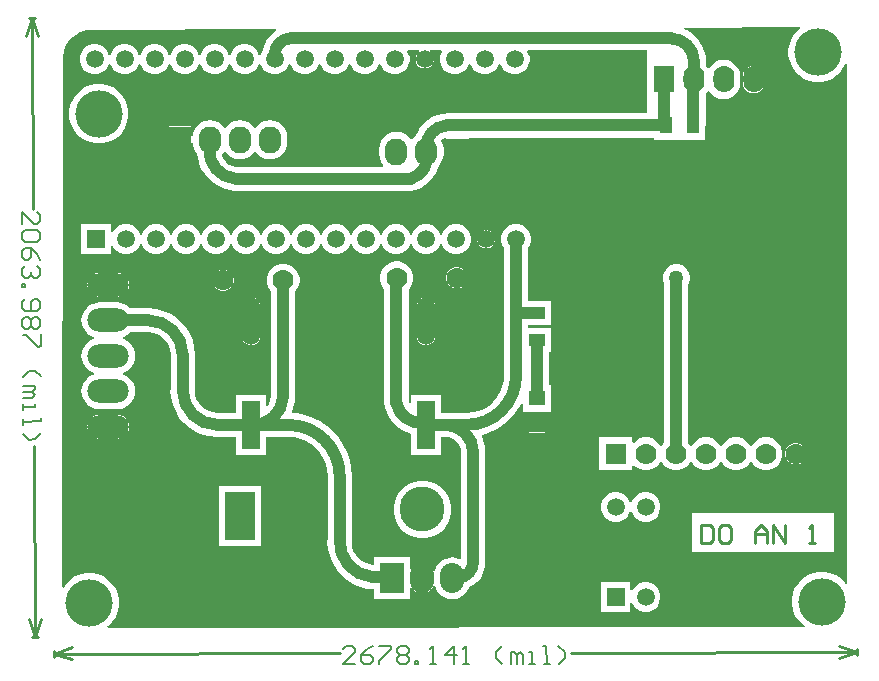
<source format=gtl>
G04*
G04 #@! TF.GenerationSoftware,Altium Limited,Altium Designer,21.0.8 (223)*
G04*
G04 Layer_Physical_Order=1*
G04 Layer_Color=255*
%FSTAX24Y24*%
%MOIN*%
G70*
G04*
G04 #@! TF.SameCoordinates,D6642B81-7170-4B7A-B2B3-623539A33ABF*
G04*
G04*
G04 #@! TF.FilePolarity,Positive*
G04*
G01*
G75*
%ADD13C,0.0100*%
%ADD21O,0.0700X0.0900*%
%ADD22R,0.0700X0.0900*%
%ADD23R,0.0394X0.0550*%
%ADD24R,0.0550X0.0394*%
%ADD25R,0.0550X0.0500*%
%ADD26R,0.0591X0.1600*%
%ADD27O,0.0591X0.1600*%
%ADD51C,0.0400*%
%ADD52C,0.0500*%
%ADD53R,0.0700X0.0700*%
%ADD54C,0.0700*%
%ADD55R,0.0750X0.0900*%
%ADD56O,0.0750X0.0900*%
%ADD57C,0.0598*%
%ADD58R,0.0598X0.0598*%
%ADD59C,0.0591*%
%ADD60R,0.0591X0.0591*%
%ADD61C,0.1500*%
%ADD62O,0.0800X0.1000*%
%ADD63R,0.0800X0.1000*%
%ADD64R,0.1600X0.1000*%
%ADD65R,0.1000X0.1600*%
%ADD66O,0.1378X0.0787*%
%ADD67C,0.1575*%
%ADD68C,0.0500*%
%ADD69C,0.0060*%
G36*
X038507Y04976D02*
X038468Y049734D01*
X03833Y049596D01*
X038222Y049434D01*
X038148Y049255D01*
X03811Y049064D01*
Y048869D01*
X038148Y048679D01*
X038222Y048499D01*
X03833Y048337D01*
X038468Y0482D01*
X03863Y048092D01*
X038809Y048017D01*
X039Y047979D01*
X039195D01*
X039385Y048017D01*
X039565Y048092D01*
X039727Y0482D01*
X039864Y048337D01*
X039972Y048499D01*
X040004Y048577D01*
X040054Y048567D01*
X040062Y031256D01*
X040014Y031241D01*
X039982Y031289D01*
X039845Y031426D01*
X039683Y031534D01*
X039503Y031609D01*
X039313Y031647D01*
X039118D01*
X038927Y031609D01*
X038748Y031534D01*
X038586Y031426D01*
X038448Y031289D01*
X03834Y031127D01*
X038266Y030947D01*
X038228Y030757D01*
Y030562D01*
X038266Y030371D01*
X03834Y030192D01*
X038448Y03003D01*
X038586Y029892D01*
X038646Y029852D01*
X038632Y029804D01*
X015415Y029782D01*
X0154Y02983D01*
X015435Y029853D01*
X015573Y029991D01*
X015681Y030152D01*
X015755Y030332D01*
X015793Y030523D01*
Y030717D01*
X015755Y030908D01*
X015681Y031088D01*
X015573Y03125D01*
X015435Y031387D01*
X015274Y031495D01*
X015094Y03157D01*
X014903Y031607D01*
X014709D01*
X014518Y03157D01*
X014338Y031495D01*
X014176Y031387D01*
X014039Y03125D01*
X013952Y03112D01*
X013902Y031135D01*
X013938Y048739D01*
X013938Y048789D01*
X013938Y048789D01*
X013941Y048838D01*
X013954Y04897D01*
X014006Y049143D01*
X014092Y049303D01*
X014207Y049443D01*
X014347Y049558D01*
X014506Y049643D01*
X01468Y049696D01*
X014811Y049709D01*
X01486Y049711D01*
X014861Y049711D01*
X01491Y049711D01*
X021014Y049736D01*
X021026Y049688D01*
X020999Y049673D01*
X020854Y049555D01*
X020735Y04941D01*
X020647Y049245D01*
X020593Y049066D01*
X020591Y049048D01*
X02058Y049037D01*
X020514Y048923D01*
X020505Y04889D01*
X020453D01*
X020444Y048923D01*
X020379Y049037D01*
X020286Y04913D01*
X020172Y049196D01*
X020045Y04923D01*
X019913D01*
X019786Y049196D01*
X019673Y04913D01*
X01958Y049037D01*
X019514Y048923D01*
X019505Y04889D01*
X019453D01*
X019444Y048923D01*
X019379Y049037D01*
X019286Y04913D01*
X019172Y049196D01*
X019045Y04923D01*
X018913D01*
X018786Y049196D01*
X018673Y04913D01*
X01858Y049037D01*
X018514Y048923D01*
X018505Y04889D01*
X018453D01*
X018444Y048923D01*
X018379Y049037D01*
X018286Y04913D01*
X018172Y049196D01*
X018045Y04923D01*
X017913D01*
X017786Y049196D01*
X017673Y04913D01*
X01758Y049037D01*
X017514Y048923D01*
X017505Y04889D01*
X017453D01*
X017444Y048923D01*
X017379Y049037D01*
X017286Y04913D01*
X017172Y049196D01*
X017045Y04923D01*
X016913D01*
X016786Y049196D01*
X016673Y04913D01*
X01658Y049037D01*
X016514Y048923D01*
X016505Y04889D01*
X016453D01*
X016444Y048923D01*
X016379Y049037D01*
X016286Y04913D01*
X016172Y049196D01*
X016045Y04923D01*
X015913D01*
X015786Y049196D01*
X015673Y04913D01*
X01558Y049037D01*
X015514Y048923D01*
X015505Y04889D01*
X015453D01*
X015444Y048923D01*
X015379Y049037D01*
X015286Y04913D01*
X015172Y049196D01*
X015045Y04923D01*
X014913D01*
X014786Y049196D01*
X014673Y04913D01*
X01458Y049037D01*
X014514Y048923D01*
X01448Y048796D01*
Y048665D01*
X014514Y048538D01*
X01458Y048424D01*
X014673Y048331D01*
X014786Y048265D01*
X014913Y048231D01*
X015045D01*
X015172Y048265D01*
X015286Y048331D01*
X015379Y048424D01*
X015444Y048538D01*
X015453Y048571D01*
X015505D01*
X015514Y048538D01*
X01558Y048424D01*
X015673Y048331D01*
X015786Y048265D01*
X015913Y048231D01*
X016045D01*
X016172Y048265D01*
X016286Y048331D01*
X016379Y048424D01*
X016444Y048538D01*
X016453Y048571D01*
X016505D01*
X016514Y048538D01*
X01658Y048424D01*
X016673Y048331D01*
X016786Y048265D01*
X016913Y048231D01*
X017045D01*
X017172Y048265D01*
X017286Y048331D01*
X017379Y048424D01*
X017444Y048538D01*
X017453Y048571D01*
X017505D01*
X017514Y048538D01*
X01758Y048424D01*
X017673Y048331D01*
X017786Y048265D01*
X017913Y048231D01*
X018045D01*
X018172Y048265D01*
X018286Y048331D01*
X018379Y048424D01*
X018444Y048538D01*
X018453Y048571D01*
X018505D01*
X018514Y048538D01*
X01858Y048424D01*
X018673Y048331D01*
X018786Y048265D01*
X018913Y048231D01*
X019045D01*
X019172Y048265D01*
X019286Y048331D01*
X019379Y048424D01*
X019444Y048538D01*
X019453Y048571D01*
X019505D01*
X019514Y048538D01*
X01958Y048424D01*
X019673Y048331D01*
X019786Y048265D01*
X019913Y048231D01*
X020045D01*
X020172Y048265D01*
X020286Y048331D01*
X020379Y048424D01*
X020444Y048538D01*
X020453Y048571D01*
X020505D01*
X020514Y048538D01*
X02058Y048424D01*
X020673Y048331D01*
X020786Y048265D01*
X020913Y048231D01*
X021045D01*
X021172Y048265D01*
X021286Y048331D01*
X021379Y048424D01*
X021444Y048538D01*
X021453Y048571D01*
X021505D01*
X021514Y048538D01*
X02158Y048424D01*
X021673Y048331D01*
X021786Y048265D01*
X021913Y048231D01*
X022045D01*
X022172Y048265D01*
X022286Y048331D01*
X022379Y048424D01*
X022444Y048538D01*
X022453Y048571D01*
X022505D01*
X022514Y048538D01*
X02258Y048424D01*
X022673Y048331D01*
X022786Y048265D01*
X022913Y048231D01*
X023045D01*
X023172Y048265D01*
X023286Y048331D01*
X023379Y048424D01*
X023444Y048538D01*
X023453Y048571D01*
X023505D01*
X023514Y048538D01*
X02358Y048424D01*
X023673Y048331D01*
X023786Y048265D01*
X023913Y048231D01*
X024045D01*
X024172Y048265D01*
X024286Y048331D01*
X024379Y048424D01*
X024444Y048538D01*
X024453Y048571D01*
X024505D01*
X024514Y048538D01*
X02458Y048424D01*
X024673Y048331D01*
X024786Y048265D01*
X024913Y048231D01*
X025045D01*
X025172Y048265D01*
X025286Y048331D01*
X025379Y048424D01*
X025444Y048538D01*
X025478Y048665D01*
Y048796D01*
X025444Y048923D01*
X02541Y048983D01*
X025435Y049026D01*
X025793D01*
X025806Y048976D01*
X025795Y04897D01*
X02574Y048914D01*
X0257Y048846D01*
X02568Y04877D01*
Y048691D01*
X0257Y048615D01*
X02574Y048547D01*
X025795Y048491D01*
X025864Y048451D01*
X02594Y048431D01*
X026019D01*
X026095Y048451D01*
X026163Y048491D01*
X026219Y048547D01*
X026258Y048615D01*
X026278Y048691D01*
Y04877D01*
X026258Y048846D01*
X026219Y048914D01*
X026163Y04897D01*
X026152Y048976D01*
X026165Y049026D01*
X026523D01*
X026548Y048983D01*
X026514Y048923D01*
X02648Y048796D01*
Y048665D01*
X026514Y048538D01*
X02658Y048424D01*
X026673Y048331D01*
X026786Y048265D01*
X026913Y048231D01*
X027045D01*
X027172Y048265D01*
X027286Y048331D01*
X027379Y048424D01*
X027444Y048538D01*
X027453Y048571D01*
X027505D01*
X027514Y048538D01*
X02758Y048424D01*
X027673Y048331D01*
X027786Y048265D01*
X027913Y048231D01*
X028045D01*
X028172Y048265D01*
X028286Y048331D01*
X028379Y048424D01*
X028444Y048538D01*
X028453Y048571D01*
X028505D01*
X028514Y048538D01*
X02858Y048424D01*
X028673Y048331D01*
X028786Y048265D01*
X028913Y048231D01*
X029045D01*
X029172Y048265D01*
X029286Y048331D01*
X029379Y048424D01*
X029444Y048538D01*
X029478Y048665D01*
Y048796D01*
X029444Y048923D01*
X02941Y048983D01*
X029435Y049026D01*
X033389D01*
Y04872D01*
X033398Y048711D01*
Y047411D01*
X033389Y047402D01*
Y046929D01*
X02691Y046929D01*
X026744Y046929D01*
X026716Y046929D01*
X026696Y046926D01*
Y046926D01*
X026679Y046924D01*
X026576Y046916D01*
X026405Y046875D01*
X026242Y046808D01*
X026092Y046716D01*
X025958Y046601D01*
X025844Y046467D01*
X025752Y046317D01*
X025704Y046202D01*
X025629Y046145D01*
X025564Y04606D01*
X025514D01*
X025449Y046145D01*
X025329Y046237D01*
X025189Y046295D01*
X025039Y046314D01*
X024889Y046295D01*
X024749Y046237D01*
X024629Y046145D01*
X024537Y046024D01*
X024479Y045885D01*
X024459Y045734D01*
Y045584D01*
X024479Y045434D01*
X024537Y045294D01*
X024604Y045207D01*
X024579Y045157D01*
X019706D01*
X019605Y045171D01*
X019473Y045225D01*
X01936Y045312D01*
X019273Y045426D01*
X019218Y045558D01*
X019232Y045568D01*
X019297Y045653D01*
X019347D01*
X019412Y045568D01*
X019532Y045476D01*
X019672Y045418D01*
X019822Y045398D01*
X019972Y045418D01*
X020112Y045476D01*
X020232Y045568D01*
X020297Y045653D01*
X020347D01*
X020412Y045568D01*
X020532Y045476D01*
X020672Y045418D01*
X020822Y045398D01*
X020972Y045418D01*
X021112Y045476D01*
X021232Y045568D01*
X021324Y045688D01*
X021382Y045828D01*
X021402Y045978D01*
Y046128D01*
X021382Y046278D01*
X021324Y046418D01*
X021232Y046538D01*
X021112Y04663D01*
X020972Y046688D01*
X020822Y046708D01*
X020672Y046688D01*
X020532Y04663D01*
X020412Y046538D01*
X020347Y046454D01*
X020297D01*
X020232Y046538D01*
X020112Y04663D01*
X019972Y046688D01*
X019822Y046708D01*
X019672Y046688D01*
X019532Y04663D01*
X019412Y046538D01*
X019347Y046454D01*
X019297D01*
X019232Y046538D01*
X019112Y04663D01*
X018972Y046688D01*
X018822Y046708D01*
X018672Y046688D01*
X018532Y04663D01*
X018412Y046538D01*
X018319Y046418D01*
X018261Y046278D01*
X018247Y046166D01*
X018197Y046169D01*
Y046503D01*
X017447D01*
Y045603D01*
X018197D01*
Y045937D01*
X018247Y04594D01*
X018261Y045828D01*
X018319Y045688D01*
X018405Y045577D01*
X018412Y045488D01*
X018461Y045282D01*
X018542Y045086D01*
X018653Y044905D01*
X018791Y044743D01*
X018952Y044606D01*
X019133Y044495D01*
X019329Y044414D01*
X019536Y044364D01*
X019639Y044356D01*
X019652Y044354D01*
Y044354D01*
X019681Y04435D01*
X019681Y04435D01*
X019681Y04435D01*
X019697Y04435D01*
X019697Y04435D01*
X019702Y04435D01*
X025208D01*
X025519Y04435D01*
X025623Y044364D01*
X025641Y044372D01*
X025681Y044381D01*
X025847Y04445D01*
X025999Y044543D01*
X026135Y044659D01*
X026251Y044795D01*
X026345Y044948D01*
X026413Y045113D01*
X026423Y045154D01*
X026449Y045174D01*
X026542Y045294D01*
X0266Y045434D01*
X026619Y045584D01*
Y045734D01*
X0266Y045885D01*
X026542Y046024D01*
X026533Y046035D01*
X026594Y046082D01*
X026665Y046111D01*
X026676Y046107D01*
X026714Y046069D01*
Y045209D01*
X027464D01*
Y046072D01*
X027464Y046109D01*
X027509Y046122D01*
X033644Y046122D01*
Y046051D01*
X034438D01*
Y046053D01*
X034542D01*
X034544Y046051D01*
X03459Y046051D01*
X035338D01*
Y046455D01*
X035348Y046529D01*
Y047579D01*
X035418Y047671D01*
X035435Y047675D01*
X03546D01*
X035477Y047671D01*
X035555Y047569D01*
X03567Y047481D01*
X035804Y047425D01*
X035948Y047406D01*
X036091Y047425D01*
X036225Y047481D01*
X03634Y047569D01*
X036428Y047684D01*
X036483Y047817D01*
X036502Y047961D01*
Y048161D01*
X036483Y048305D01*
X036428Y048438D01*
X03634Y048553D01*
X036225Y048641D01*
X036091Y048697D01*
X035948Y048716D01*
X035804Y048697D01*
X03567Y048641D01*
X035555Y048553D01*
X035477Y048451D01*
X03546Y048447D01*
X035435D01*
X035418Y048451D01*
X035367Y048518D01*
Y048652D01*
X035367D01*
X035352Y048836D01*
X035309Y049017D01*
X035238Y049188D01*
X035141Y049346D01*
X035021Y049487D01*
X03488Y049608D01*
X034722Y049704D01*
X034631Y049742D01*
X034641Y049792D01*
X038493Y049808D01*
X038507Y04976D01*
D02*
G37*
%LPC*%
G36*
X036948Y048514D02*
X036856Y048502D01*
X036771Y048467D01*
X036698Y048411D01*
X036642Y048338D01*
X036607Y048252D01*
X036595Y048161D01*
Y047961D01*
X036607Y04787D01*
X036642Y047785D01*
X036698Y047711D01*
X036771Y047655D01*
X036856Y04762D01*
X036948Y047608D01*
X037039Y04762D01*
X037124Y047655D01*
X037197Y047711D01*
X037253Y047785D01*
X037289Y04787D01*
X037301Y047961D01*
Y048161D01*
X037289Y048252D01*
X037253Y048338D01*
X037197Y048411D01*
X037124Y048467D01*
X037039Y048502D01*
X036948Y048514D01*
D02*
G37*
G36*
X015218Y047907D02*
X015024D01*
X014833Y047869D01*
X014653Y047794D01*
X014491Y047686D01*
X014354Y047549D01*
X014246Y047387D01*
X014171Y047207D01*
X014133Y047017D01*
Y046822D01*
X014171Y046631D01*
X014246Y046452D01*
X014354Y04629D01*
X014491Y046152D01*
X014653Y046044D01*
X014833Y04597D01*
X015024Y045932D01*
X015218D01*
X015409Y04597D01*
X015589Y046044D01*
X01575Y046152D01*
X015888Y04629D01*
X015996Y046452D01*
X01607Y046631D01*
X016108Y046822D01*
Y047017D01*
X01607Y047207D01*
X015996Y047387D01*
X015888Y047549D01*
X01575Y047686D01*
X015589Y047794D01*
X015409Y047869D01*
X015218Y047907D01*
D02*
G37*
G36*
X027095Y04323D02*
X026963D01*
X026836Y043196D01*
X026723Y04313D01*
X02663Y043037D01*
X026564Y042923D01*
X026555Y04289D01*
X026503D01*
X026494Y042923D01*
X026429Y043037D01*
X026336Y04313D01*
X026222Y043196D01*
X026095Y04323D01*
X025963D01*
X025836Y043196D01*
X025723Y04313D01*
X02563Y043037D01*
X025564Y042923D01*
X025555Y04289D01*
X025503D01*
X025494Y042923D01*
X025429Y043037D01*
X025336Y04313D01*
X025222Y043196D01*
X025095Y04323D01*
X024963D01*
X024836Y043196D01*
X024723Y04313D01*
X02463Y043037D01*
X024564Y042923D01*
X024555Y04289D01*
X024503D01*
X024494Y042923D01*
X024429Y043037D01*
X024336Y04313D01*
X024222Y043196D01*
X024095Y04323D01*
X023963D01*
X023836Y043196D01*
X023723Y04313D01*
X02363Y043037D01*
X023564Y042923D01*
X023555Y04289D01*
X023503D01*
X023494Y042923D01*
X023429Y043037D01*
X023336Y04313D01*
X023222Y043196D01*
X023095Y04323D01*
X022963D01*
X022836Y043196D01*
X022723Y04313D01*
X02263Y043037D01*
X022564Y042923D01*
X022555Y04289D01*
X022503D01*
X022494Y042923D01*
X022429Y043037D01*
X022336Y04313D01*
X022222Y043196D01*
X022095Y04323D01*
X021963D01*
X021836Y043196D01*
X021723Y04313D01*
X02163Y043037D01*
X021564Y042923D01*
X021555Y04289D01*
X021503D01*
X021494Y042923D01*
X021429Y043037D01*
X021336Y04313D01*
X021222Y043196D01*
X021095Y04323D01*
X020963D01*
X020836Y043196D01*
X020723Y04313D01*
X02063Y043037D01*
X020564Y042923D01*
X020555Y04289D01*
X020503D01*
X020494Y042923D01*
X020429Y043037D01*
X020336Y04313D01*
X020222Y043196D01*
X020095Y04323D01*
X019963D01*
X019836Y043196D01*
X019723Y04313D01*
X01963Y043037D01*
X019564Y042923D01*
X019555Y04289D01*
X019503D01*
X019494Y042923D01*
X019429Y043037D01*
X019336Y04313D01*
X019222Y043196D01*
X019095Y04323D01*
X018963D01*
X018836Y043196D01*
X018723Y04313D01*
X01863Y043037D01*
X018564Y042923D01*
X018555Y04289D01*
X018503D01*
X018494Y042923D01*
X018429Y043037D01*
X018336Y04313D01*
X018222Y043196D01*
X018095Y04323D01*
X017963D01*
X017836Y043196D01*
X017723Y04313D01*
X01763Y043037D01*
X017564Y042923D01*
X017555Y04289D01*
X017503D01*
X017494Y042923D01*
X017429Y043037D01*
X017336Y04313D01*
X017222Y043196D01*
X017095Y04323D01*
X016963D01*
X016836Y043196D01*
X016723Y04313D01*
X01663Y043037D01*
X016564Y042923D01*
X016555Y04289D01*
X016503D01*
X016494Y042923D01*
X016429Y043037D01*
X016336Y04313D01*
X016222Y043196D01*
X016095Y04323D01*
X015963D01*
X015836Y043196D01*
X015723Y04313D01*
X01563Y043037D01*
X015578Y042948D01*
X015528Y042961D01*
Y04323D01*
X01453D01*
Y042231D01*
X015528D01*
Y042499D01*
X015578Y042513D01*
X01563Y042424D01*
X015723Y042331D01*
X015836Y042265D01*
X015963Y042231D01*
X016095D01*
X016222Y042265D01*
X016336Y042331D01*
X016429Y042424D01*
X016494Y042538D01*
X016503Y042571D01*
X016555D01*
X016564Y042538D01*
X01663Y042424D01*
X016723Y042331D01*
X016836Y042265D01*
X016963Y042231D01*
X017095D01*
X017222Y042265D01*
X017336Y042331D01*
X017429Y042424D01*
X017494Y042538D01*
X017503Y042571D01*
X017555D01*
X017564Y042538D01*
X01763Y042424D01*
X017723Y042331D01*
X017836Y042265D01*
X017963Y042231D01*
X018095D01*
X018222Y042265D01*
X018336Y042331D01*
X018429Y042424D01*
X018494Y042538D01*
X018503Y042571D01*
X018555D01*
X018564Y042538D01*
X01863Y042424D01*
X018723Y042331D01*
X018836Y042265D01*
X018963Y042231D01*
X019095D01*
X019222Y042265D01*
X019336Y042331D01*
X019429Y042424D01*
X019494Y042538D01*
X019503Y042571D01*
X019555D01*
X019564Y042538D01*
X01963Y042424D01*
X019723Y042331D01*
X019836Y042265D01*
X019963Y042231D01*
X020095D01*
X020222Y042265D01*
X020336Y042331D01*
X020429Y042424D01*
X020494Y042538D01*
X020503Y042571D01*
X020555D01*
X020564Y042538D01*
X02063Y042424D01*
X020723Y042331D01*
X020836Y042265D01*
X020963Y042231D01*
X021095D01*
X021222Y042265D01*
X021336Y042331D01*
X021429Y042424D01*
X021494Y042538D01*
X021503Y042571D01*
X021555D01*
X021564Y042538D01*
X02163Y042424D01*
X021723Y042331D01*
X021836Y042265D01*
X021963Y042231D01*
X022095D01*
X022222Y042265D01*
X022336Y042331D01*
X022429Y042424D01*
X022494Y042538D01*
X022503Y042571D01*
X022555D01*
X022564Y042538D01*
X02263Y042424D01*
X022723Y042331D01*
X022836Y042265D01*
X022963Y042231D01*
X023095D01*
X023222Y042265D01*
X023336Y042331D01*
X023429Y042424D01*
X023494Y042538D01*
X023503Y042571D01*
X023555D01*
X023564Y042538D01*
X02363Y042424D01*
X023723Y042331D01*
X023836Y042265D01*
X023963Y042231D01*
X024095D01*
X024222Y042265D01*
X024336Y042331D01*
X024429Y042424D01*
X024494Y042538D01*
X024503Y042571D01*
X024555D01*
X024564Y042538D01*
X02463Y042424D01*
X024723Y042331D01*
X024836Y042265D01*
X024963Y042231D01*
X025095D01*
X025222Y042265D01*
X025336Y042331D01*
X025429Y042424D01*
X025494Y042538D01*
X025503Y042571D01*
X025555D01*
X025564Y042538D01*
X02563Y042424D01*
X025723Y042331D01*
X025836Y042265D01*
X025963Y042231D01*
X026095D01*
X026222Y042265D01*
X026336Y042331D01*
X026429Y042424D01*
X026494Y042538D01*
X026503Y042571D01*
X026555D01*
X026564Y042538D01*
X02663Y042424D01*
X026723Y042331D01*
X026836Y042265D01*
X026963Y042231D01*
X027095D01*
X027222Y042265D01*
X027336Y042331D01*
X027429Y042424D01*
X027494Y042538D01*
X027528Y042665D01*
Y042796D01*
X027494Y042923D01*
X027429Y043037D01*
X027336Y04313D01*
X027222Y043196D01*
X027095Y04323D01*
D02*
G37*
G36*
X028069Y04303D02*
X02799D01*
X027914Y043009D01*
X027845Y04297D01*
X02779Y042914D01*
X02775Y042846D01*
X02773Y04277D01*
Y042691D01*
X02775Y042615D01*
X02779Y042547D01*
X027845Y042491D01*
X027914Y042451D01*
X02799Y042431D01*
X028069D01*
X028145Y042451D01*
X028213Y042491D01*
X028269Y042547D01*
X028308Y042615D01*
X028328Y042691D01*
Y04277D01*
X028308Y042846D01*
X028269Y042914D01*
X028213Y04297D01*
X028145Y043009D01*
X028069Y04303D01*
D02*
G37*
G36*
X027096Y041797D02*
X027004D01*
X026915Y041773D01*
X026835Y041727D01*
X02677Y041662D01*
X026724Y041582D01*
X0267Y041493D01*
Y041401D01*
X026724Y041312D01*
X02677Y041232D01*
X026835Y041167D01*
X026915Y041121D01*
X027004Y041097D01*
X027096D01*
X027185Y041121D01*
X027265Y041167D01*
X02733Y041232D01*
X027376Y041312D01*
X0274Y041401D01*
Y041493D01*
X027376Y041582D01*
X02733Y041662D01*
X027265Y041727D01*
X027185Y041773D01*
X027096Y041797D01*
D02*
G37*
G36*
X019309Y041718D02*
X019217D01*
X019128Y041694D01*
X019048Y041648D01*
X018983Y041583D01*
X018936Y041503D01*
X018913Y041414D01*
Y041322D01*
X018936Y041233D01*
X018983Y041153D01*
X019048Y041088D01*
X019128Y041042D01*
X019217Y041018D01*
X019309D01*
X019398Y041042D01*
X019477Y041088D01*
X019543Y041153D01*
X019589Y041233D01*
X019613Y041322D01*
Y041414D01*
X019589Y041503D01*
X019543Y041583D01*
X019477Y041648D01*
X019398Y041694D01*
X019309Y041718D01*
D02*
G37*
G36*
X015731Y041608D02*
X015141D01*
X015038Y041594D01*
X014942Y041555D01*
X01486Y041491D01*
X014797Y041409D01*
X014757Y041313D01*
X014743Y041211D01*
X014757Y041108D01*
X014797Y041012D01*
X01486Y04093D01*
X014942Y040867D01*
X015038Y040827D01*
X015141Y040814D01*
X015731D01*
X015834Y040827D01*
X01593Y040867D01*
X016012Y04093D01*
X016075Y041012D01*
X016115Y041108D01*
X016128Y041211D01*
X016115Y041313D01*
X016075Y041409D01*
X016012Y041491D01*
X01593Y041555D01*
X015834Y041594D01*
X015731Y041608D01*
D02*
G37*
G36*
X026026Y0408D02*
X025949Y04079D01*
X025877Y04076D01*
X025816Y040713D01*
X025768Y040651D01*
X025739Y040579D01*
X025729Y040502D01*
Y039493D01*
X025739Y039415D01*
X025768Y039344D01*
X025816Y039282D01*
X025877Y039235D01*
X025949Y039205D01*
X026026Y039195D01*
X026103Y039205D01*
X026175Y039235D01*
X026237Y039282D01*
X026284Y039344D01*
X026314Y039415D01*
X026324Y039493D01*
Y040502D01*
X026314Y040579D01*
X026284Y040651D01*
X026237Y040713D01*
X026175Y04076D01*
X026103Y04079D01*
X026026Y0408D01*
D02*
G37*
G36*
X0202D02*
X020123Y04079D01*
X020051Y04076D01*
X019989Y040713D01*
X019942Y040651D01*
X019912Y040579D01*
X019902Y040502D01*
Y039493D01*
X019912Y039415D01*
X019942Y039344D01*
X019989Y039282D01*
X020051Y039235D01*
X020123Y039205D01*
X0202Y039195D01*
X020277Y039205D01*
X020349Y039235D01*
X02041Y039282D01*
X020458Y039344D01*
X020487Y039415D01*
X020497Y039493D01*
Y040502D01*
X020487Y040579D01*
X020458Y040651D01*
X02041Y040713D01*
X020349Y04076D01*
X020277Y04079D01*
X0202Y0408D01*
D02*
G37*
G36*
X029095Y04323D02*
X028963D01*
X028836Y043196D01*
X028723Y04313D01*
X02863Y043037D01*
X028564Y042923D01*
X02853Y042796D01*
Y042665D01*
X028564Y042538D01*
X028626Y042431D01*
Y040305D01*
X028626Y040305D01*
X028626Y040305D01*
Y03819D01*
X028627Y038179D01*
X028613Y037996D01*
X028567Y037806D01*
X028493Y037626D01*
X028391Y03746D01*
X028264Y037312D01*
X028116Y037185D01*
X02795Y037084D01*
X02777Y037009D01*
X027581Y036964D01*
X027397Y036949D01*
X027387Y036951D01*
X026682D01*
X026674Y036951D01*
Y036951D01*
X026522D01*
Y037547D01*
X025531D01*
Y037242D01*
X025484Y037226D01*
X025482Y037228D01*
X025446Y037317D01*
X025446Y037754D01*
Y041065D01*
X02549Y041109D01*
X025563Y041235D01*
X0256Y041374D01*
Y041519D01*
X025563Y041659D01*
X02549Y041785D01*
X025388Y041887D01*
X025262Y041959D01*
X025122Y041997D01*
X024978D01*
X024838Y041959D01*
X024712Y041887D01*
X02461Y041785D01*
X024537Y041659D01*
X0245Y041519D01*
Y041374D01*
X024537Y041235D01*
X02461Y041109D01*
X024639Y04108D01*
Y037754D01*
X024639Y037271D01*
X024652Y037166D01*
X024659Y037149D01*
X024681Y037058D01*
X024755Y036881D01*
X024855Y036718D01*
X024979Y036572D01*
X025125Y036447D01*
X025289Y036347D01*
X025466Y036274D01*
X025531Y036258D01*
Y035547D01*
X026522D01*
Y036144D01*
X026696D01*
X02681Y036129D01*
X026937Y036076D01*
X027046Y035992D01*
X02713Y035883D01*
X027183Y035756D01*
X027194Y035669D01*
X027198Y03562D01*
X027198Y03562D01*
X027198Y035618D01*
Y032532D01*
X027198Y032105D01*
X027155Y032079D01*
X027139Y032087D01*
X027026Y032122D01*
X026908Y032133D01*
X026791Y032122D01*
X026678Y032087D01*
X026573Y032032D01*
X026482Y031957D01*
X026407Y031865D01*
X026351Y031761D01*
X02633Y031689D01*
X026276Y031687D01*
X026258Y031732D01*
X026194Y031816D01*
X02611Y03188D01*
X026013Y03192D01*
X025908Y031934D01*
X025804Y03192D01*
X025707Y03188D01*
X025623Y031816D01*
X025559Y031732D01*
X025558Y031731D01*
X025508Y031741D01*
Y03213D01*
X024308D01*
Y031916D01*
X024285Y031895D01*
X024258Y031885D01*
X024172Y031893D01*
X024027Y031937D01*
X023893Y032009D01*
X023776Y032105D01*
X02368Y032222D01*
X023609Y032355D01*
X023565Y0325D01*
X02355Y03265D01*
X023556Y032707D01*
X023556D01*
X023556Y032756D01*
Y034833D01*
X023557D01*
X023539Y035109D01*
X023485Y035381D01*
X023396Y035643D01*
X023273Y035891D01*
X023119Y036122D01*
X022937Y03633D01*
X022728Y036513D01*
X022498Y036667D01*
X02225Y036789D01*
X021987Y036878D01*
X021716Y036932D01*
X021578Y036941D01*
X021552Y036984D01*
X021599Y037099D01*
X02165Y037311D01*
X021663Y037479D01*
X021666Y037499D01*
X021666Y037572D01*
Y040994D01*
X021703Y04103D01*
X021775Y041156D01*
X021813Y041296D01*
Y041441D01*
X021775Y04158D01*
X021703Y041706D01*
X0216Y041808D01*
X021475Y041881D01*
X021335Y041918D01*
X02119D01*
X02105Y041881D01*
X020925Y041808D01*
X020822Y041706D01*
X02075Y04158D01*
X020713Y041441D01*
Y041296D01*
X02075Y041156D01*
X020822Y04103D01*
X020859Y040994D01*
Y037572D01*
X020859Y037499D01*
X020859Y037498D01*
X020843Y037377D01*
X020785Y037236D01*
X020742Y037181D01*
X020695Y037197D01*
Y037547D01*
X020221D01*
X020192Y037551D01*
X020169Y037547D01*
X019704D01*
Y036951D01*
X019076D01*
X019066Y036949D01*
X018928Y036963D01*
X018785Y037006D01*
X018654Y037076D01*
X01854Y037171D01*
X018445Y037286D01*
X018375Y037417D01*
X018332Y037559D01*
X018318Y037698D01*
X01832Y037707D01*
Y038888D01*
X018321D01*
X018302Y03913D01*
X018245Y039366D01*
X018152Y03959D01*
X018026Y039797D01*
X017868Y039981D01*
X017683Y040139D01*
X017477Y040266D01*
X017252Y040359D01*
X017016Y040415D01*
X016774Y040434D01*
Y040433D01*
X016168D01*
X016153Y040451D01*
X016063Y040526D01*
X015959Y040581D01*
X015847Y040615D01*
X015731Y040626D01*
X015141D01*
X015024Y040615D01*
X014912Y040581D01*
X014809Y040526D01*
X014719Y040451D01*
X014645Y040361D01*
X014589Y040258D01*
X014555Y040146D01*
X014544Y04003D01*
X014555Y039913D01*
X014589Y039801D01*
X014645Y039698D01*
X014719Y039608D01*
X014809Y039533D01*
X014912Y039478D01*
X014956Y039465D01*
Y039413D01*
X014912Y0394D01*
X014809Y039344D01*
X014719Y03927D01*
X014645Y03918D01*
X014589Y039077D01*
X014555Y038965D01*
X014544Y038848D01*
X014555Y038732D01*
X014589Y03862D01*
X014645Y038517D01*
X014719Y038427D01*
X014809Y038352D01*
X014912Y038297D01*
X014956Y038284D01*
Y038232D01*
X014912Y038218D01*
X014809Y038163D01*
X014719Y038089D01*
X014645Y037999D01*
X014589Y037896D01*
X014555Y037784D01*
X014544Y037667D01*
X014555Y037551D01*
X014589Y037439D01*
X014645Y037336D01*
X014719Y037245D01*
X014809Y037171D01*
X014912Y037116D01*
X015024Y037082D01*
X015141Y037071D01*
X015731D01*
X015847Y037082D01*
X015959Y037116D01*
X016063Y037171D01*
X016153Y037245D01*
X016227Y037336D01*
X016282Y037439D01*
X016316Y037551D01*
X016328Y037667D01*
X016316Y037784D01*
X016282Y037896D01*
X016227Y037999D01*
X016153Y038089D01*
X016063Y038163D01*
X015959Y038218D01*
X015916Y038232D01*
Y038284D01*
X015959Y038297D01*
X016063Y038352D01*
X016153Y038427D01*
X016227Y038517D01*
X016282Y03862D01*
X016316Y038732D01*
X016328Y038848D01*
X016316Y038965D01*
X016282Y039077D01*
X016227Y03918D01*
X016153Y03927D01*
X016063Y039344D01*
X015959Y0394D01*
X015916Y039413D01*
Y039465D01*
X015959Y039478D01*
X016063Y039533D01*
X016153Y039608D01*
X016168Y039626D01*
X016774D01*
X016783Y039627D01*
X016919Y039614D01*
X017058Y039572D01*
X017186Y039503D01*
X017298Y039411D01*
X01739Y039299D01*
X017458Y039171D01*
X0175Y039032D01*
X017514Y038897D01*
X017513Y038888D01*
Y037707D01*
X017511D01*
X017531Y037462D01*
X017588Y037223D01*
X017682Y036997D01*
X01781Y036787D01*
X017969Y036601D01*
X018156Y036441D01*
X018365Y036313D01*
X018592Y036219D01*
X018831Y036162D01*
X019076Y036142D01*
Y036144D01*
X019704D01*
Y035547D01*
X020695D01*
Y036142D01*
X021439D01*
X021451Y036144D01*
X021645Y036129D01*
X021845Y036081D01*
X022035Y036002D01*
X022211Y035894D01*
X022367Y03576D01*
X022501Y035604D01*
X022608Y035428D01*
X022687Y035238D01*
X022735Y035038D01*
X02275Y034845D01*
X022749Y034833D01*
Y032751D01*
X022749Y032738D01*
X02275Y032727D01*
X022744Y03265D01*
X022764Y032403D01*
X022821Y032163D01*
X022916Y031934D01*
X023046Y031723D01*
X023206Y031535D01*
X023395Y031374D01*
X023606Y031244D01*
X023835Y03115D01*
X024075Y031092D01*
X02418Y031084D01*
X024206Y031078D01*
X024308Y03107D01*
Y03073D01*
X025508D01*
Y03112D01*
X025558Y03113D01*
X025559Y031129D01*
X025623Y031045D01*
X025707Y030981D01*
X025804Y030941D01*
X025908Y030927D01*
X026013Y030941D01*
X02611Y030981D01*
X026194Y031045D01*
X026258Y031129D01*
X026276Y031174D01*
X02633Y031171D01*
X026351Y0311D01*
X026407Y030995D01*
X026482Y030904D01*
X026573Y030829D01*
X026678Y030773D01*
X026791Y030739D01*
X026908Y030727D01*
X027026Y030739D01*
X027139Y030773D01*
X027243Y030829D01*
X027335Y030904D01*
X02741Y030995D01*
X027465Y0311D01*
X027477Y031138D01*
X027583Y031194D01*
X027727Y031313D01*
X027846Y031457D01*
X027934Y031622D01*
X027988Y031801D01*
X028006Y031987D01*
X028004Y032011D01*
X028005Y032014D01*
X028005Y032532D01*
Y035619D01*
X028005Y03562D01*
X028005D01*
X027989Y035828D01*
X02794Y036031D01*
X027884Y036167D01*
X027905Y036207D01*
X027919Y036213D01*
X02817Y036299D01*
X02841Y036417D01*
X028633Y036566D01*
X028834Y036742D01*
X029011Y036944D01*
X029159Y037166D01*
X029203Y037256D01*
X029252Y037245D01*
Y036976D01*
X030202D01*
Y037876D01*
X030131D01*
Y038986D01*
X030202D01*
Y03978D01*
X029777D01*
X029727Y039786D01*
X029677Y03978D01*
X029433D01*
Y039879D01*
X029727D01*
X029777Y039886D01*
X030202D01*
Y04068D01*
X029777D01*
X029727Y040686D01*
X029433D01*
Y042431D01*
X029494Y042538D01*
X029528Y042665D01*
Y042796D01*
X029494Y042923D01*
X029429Y043037D01*
X029336Y04313D01*
X029222Y043196D01*
X029095Y04323D01*
D02*
G37*
G36*
X030002Y036776D02*
X029452D01*
Y036276D01*
X030002D01*
Y036776D01*
D02*
G37*
G36*
X015731Y036883D02*
X015141D01*
X015038Y03687D01*
X014942Y03683D01*
X01486Y036767D01*
X014797Y036685D01*
X014757Y036589D01*
X014743Y036486D01*
X014757Y036383D01*
X014797Y036288D01*
X01486Y036205D01*
X014942Y036142D01*
X015038Y036103D01*
X015141Y036089D01*
X015731D01*
X015834Y036103D01*
X01593Y036142D01*
X016012Y036205D01*
X016075Y036288D01*
X016115Y036383D01*
X016128Y036486D01*
X016115Y036589D01*
X016075Y036685D01*
X016012Y036767D01*
X01593Y03683D01*
X015834Y03687D01*
X015731Y036883D01*
D02*
G37*
G36*
X034432Y041897D02*
X034314D01*
X034199Y041866D01*
X034097Y041807D01*
X034013Y041723D01*
X033953Y041621D01*
X033923Y041506D01*
Y041388D01*
X033953Y041273D01*
X033962Y041259D01*
Y035963D01*
X033917Y035918D01*
X033882Y035858D01*
X033832D01*
X033797Y035918D01*
X033695Y036021D01*
X033569Y036093D01*
X03343Y036131D01*
X033285D01*
X033145Y036093D01*
X033019Y036021D01*
X032957Y035959D01*
X032907Y035979D01*
Y036131D01*
X031807D01*
Y035031D01*
X032907D01*
Y035182D01*
X032957Y035203D01*
X033019Y035141D01*
X033145Y035068D01*
X033285Y035031D01*
X03343D01*
X033569Y035068D01*
X033695Y035141D01*
X033797Y035243D01*
X033832Y035303D01*
X033882D01*
X033917Y035243D01*
X034019Y035141D01*
X034145Y035068D01*
X034285Y035031D01*
X03443D01*
X034569Y035068D01*
X034695Y035141D01*
X034797Y035243D01*
X034832Y035303D01*
X034882D01*
X034917Y035243D01*
X035019Y035141D01*
X035145Y035068D01*
X035285Y035031D01*
X035429D01*
X035569Y035068D01*
X035695Y035141D01*
X035797Y035243D01*
X035832Y035303D01*
X035882D01*
X035917Y035243D01*
X036019Y035141D01*
X036145Y035068D01*
X036285Y035031D01*
X03643D01*
X036569Y035068D01*
X036695Y035141D01*
X036797Y035243D01*
X036832Y035303D01*
X036882D01*
X036917Y035243D01*
X037019Y035141D01*
X037145Y035068D01*
X037285Y035031D01*
X037429D01*
X037569Y035068D01*
X037695Y035141D01*
X037797Y035243D01*
X03787Y035368D01*
X037907Y035508D01*
Y035653D01*
X03787Y035793D01*
X037797Y035918D01*
X037695Y036021D01*
X037569Y036093D01*
X037429Y036131D01*
X037285D01*
X037145Y036093D01*
X037019Y036021D01*
X036917Y035918D01*
X036882Y035858D01*
X036832D01*
X036797Y035918D01*
X036695Y036021D01*
X036569Y036093D01*
X03643Y036131D01*
X036285D01*
X036145Y036093D01*
X036019Y036021D01*
X035917Y035918D01*
X035882Y035858D01*
X035832D01*
X035797Y035918D01*
X035695Y036021D01*
X035569Y036093D01*
X035429Y036131D01*
X035285D01*
X035145Y036093D01*
X035019Y036021D01*
X034917Y035918D01*
X034882Y035858D01*
X034832D01*
X034797Y035918D01*
X034768Y035947D01*
Y041232D01*
X034792Y041273D01*
X034823Y041388D01*
Y041506D01*
X034792Y041621D01*
X034733Y041723D01*
X034649Y041807D01*
X034547Y041866D01*
X034432Y041897D01*
D02*
G37*
G36*
X038403Y035931D02*
X038311D01*
X038222Y035907D01*
X038142Y035861D01*
X038077Y035796D01*
X038031Y035716D01*
X038007Y035627D01*
Y035535D01*
X038031Y035446D01*
X038077Y035366D01*
X038142Y035301D01*
X038222Y035255D01*
X038311Y035231D01*
X038403D01*
X038492Y035255D01*
X038572Y035301D01*
X038637Y035366D01*
X038683Y035446D01*
X038707Y035535D01*
Y035627D01*
X038683Y035716D01*
X038637Y035796D01*
X038572Y035861D01*
X038492Y035907D01*
X038403Y035931D01*
D02*
G37*
G36*
X033414Y034312D02*
X033284D01*
X033158Y034278D01*
X033045Y034213D01*
X032953Y034121D01*
X032888Y034008D01*
X032875Y033961D01*
X032823D01*
X032811Y034008D01*
X032746Y034121D01*
X032653Y034213D01*
X03254Y034278D01*
X032414Y034312D01*
X032284D01*
X032158Y034278D01*
X032045Y034213D01*
X031953Y034121D01*
X031888Y034008D01*
X031854Y033882D01*
Y033752D01*
X031888Y033626D01*
X031953Y033513D01*
X032045Y033421D01*
X032158Y033355D01*
X032284Y033322D01*
X032414D01*
X03254Y033355D01*
X032653Y033421D01*
X032746Y033513D01*
X032811Y033626D01*
X032823Y033673D01*
X032875D01*
X032888Y033626D01*
X032953Y033513D01*
X033045Y033421D01*
X033158Y033355D01*
X033284Y033322D01*
X033414D01*
X03354Y033355D01*
X033653Y033421D01*
X033746Y033513D01*
X033811Y033626D01*
X033844Y033752D01*
Y033882D01*
X033811Y034008D01*
X033746Y034121D01*
X033653Y034213D01*
X03354Y034278D01*
X033414Y034312D01*
D02*
G37*
G36*
X026002Y03468D02*
X025815D01*
X025631Y034644D01*
X025458Y034572D01*
X025303Y034468D01*
X02517Y034336D01*
X025066Y03418D01*
X024995Y034007D01*
X024958Y033824D01*
Y033637D01*
X024995Y033453D01*
X025066Y03328D01*
X02517Y033125D01*
X025303Y032992D01*
X025458Y032888D01*
X025631Y032817D01*
X025815Y03278D01*
X026002D01*
X026185Y032817D01*
X026358Y032888D01*
X026514Y032992D01*
X026646Y033125D01*
X02675Y03328D01*
X026822Y033453D01*
X026858Y033637D01*
Y033824D01*
X026822Y034007D01*
X02675Y03418D01*
X026646Y034336D01*
X026514Y034468D01*
X026358Y034572D01*
X026185Y034644D01*
X026002Y03468D01*
D02*
G37*
G36*
X017826Y034294D02*
X016826D01*
Y032694D01*
X017826D01*
Y034294D01*
D02*
G37*
G36*
X020526Y034494D02*
X019126D01*
Y032494D01*
X020526D01*
Y034494D01*
D02*
G37*
G36*
X039612Y033615D02*
X034881D01*
Y03231D01*
X039612D01*
Y033615D01*
D02*
G37*
G36*
X033414Y031312D02*
X033284D01*
X033158Y031278D01*
X033045Y031213D01*
X032953Y031121D01*
X032894Y03102D01*
X032844Y031033D01*
Y031312D01*
X031854D01*
Y030322D01*
X032844D01*
Y030601D01*
X032894Y030614D01*
X032953Y030513D01*
X033045Y030421D01*
X033158Y030355D01*
X033284Y030322D01*
X033414D01*
X03354Y030355D01*
X033653Y030421D01*
X033746Y030513D01*
X033811Y030626D01*
X033844Y030752D01*
Y030882D01*
X033811Y031008D01*
X033746Y031121D01*
X033653Y031213D01*
X03354Y031278D01*
X033414Y031312D01*
D02*
G37*
G36*
X019626Y031994D02*
X018026D01*
Y030994D01*
X019626D01*
Y031994D01*
D02*
G37*
%LPD*%
D13*
X035182Y03321D02*
Y03261D01*
X035481D01*
X035581Y03271D01*
Y03311D01*
X035481Y03321D01*
X035182D01*
X036081D02*
X035881D01*
X035781Y03311D01*
Y03271D01*
X035881Y03261D01*
X036081D01*
X036181Y03271D01*
Y03311D01*
X036081Y03321D01*
X036981Y03261D02*
Y03301D01*
X037181Y03321D01*
X037381Y03301D01*
Y03261D01*
Y03291D01*
X036981D01*
X037581Y03261D02*
Y03321D01*
X037981Y03261D01*
Y03321D01*
X03878Y03261D02*
X03898D01*
X03888D01*
Y03321D01*
X03878Y03311D01*
X012895Y029478D02*
X013095Y029479D01*
X012779Y050117D02*
X012979Y050118D01*
X012792Y030077D02*
X012995Y029478D01*
X013192Y030079D01*
X012683Y049517D02*
X012879Y050118D01*
X013083Y049519D01*
X012959Y035839D02*
X012995Y029478D01*
X012879Y050118D02*
X012915Y043757D01*
X040396Y029067D02*
X040397Y028867D01*
X013615Y029025D02*
X013615Y028825D01*
X039797Y028766D02*
X040396Y028967D01*
X039796Y029166D02*
X040396Y028967D01*
X013615Y028925D02*
X014215Y028726D01*
X013615Y028925D02*
X014215Y029126D01*
X030865Y028952D02*
X040396Y028967D01*
X013615Y028925D02*
X023147Y02894D01*
D21*
X034948Y048061D02*
D03*
X035948D02*
D03*
X036948D02*
D03*
D22*
X033948D02*
D03*
D23*
X034041Y046526D02*
D03*
X034941D02*
D03*
D24*
X029727Y039383D02*
D03*
Y040283D02*
D03*
D25*
Y037426D02*
D03*
Y036526D02*
D03*
D26*
X026026Y036547D02*
D03*
X0202D02*
D03*
D27*
X026026Y039997D02*
D03*
X0202D02*
D03*
D51*
X026716Y046526D02*
G03*
X026034Y04577I000036J-000718D01*
G01*
X034963Y048652D02*
G03*
X034185Y04943I-000778J0D01*
G01*
X021529D02*
G03*
X020979Y04888I0J-00055D01*
G01*
X025519Y044754D02*
G03*
X026041Y045655I-000189J000711D01*
G01*
X018802Y045768D02*
G03*
X019681Y044754I000946J-000068D01*
G01*
X027387Y036547D02*
G03*
X029029Y03819I0J001643D01*
G01*
X027601Y03562D02*
G03*
X026674Y036547I-000927J-0D01*
G01*
X025042Y037271D02*
G03*
X025931Y036623I000801J000165D01*
G01*
X027079Y031439D02*
G03*
X027601Y032014I-000026J000549D01*
G01*
X023152Y032738D02*
G03*
X024236Y03148I00117J-000087D01*
G01*
X023152Y034833D02*
G03*
X021439Y036546I-001713J0D01*
G01*
X017916Y038888D02*
G03*
X016774Y04003I-001142J0D01*
G01*
X017916Y037707D02*
G03*
X019076Y036547I001159J0D01*
G01*
X020252Y036546D02*
G03*
X021263Y037499I000029J000982D01*
G01*
X02691Y046526D02*
X034041Y046526D01*
X026034Y04577D02*
X026034Y045769D01*
X026039Y045659D01*
X026716Y046526D02*
X02691Y046526D01*
X026039Y045659D02*
X026041Y045766D01*
X026041Y045767D01*
X033948Y046691D02*
Y048061D01*
X034944Y046529D02*
Y048057D01*
X034041Y046526D02*
Y046597D01*
X033948Y046691D02*
X034041Y046597D01*
X034941Y046526D02*
X034944Y046529D01*
X021529Y04943D02*
X034185D01*
X034963Y048077D02*
Y048652D01*
X034365Y035604D02*
Y041439D01*
X034373Y041447D01*
X020979Y04873D02*
Y04888D01*
X034948Y048061D02*
X034963Y048077D01*
X034944Y048057D02*
X034948Y048061D01*
X034365Y035604D02*
X034373Y035596D01*
X02604Y045656D02*
X026041Y045655D01*
X025908Y030927D02*
Y03143D01*
Y031934D01*
X020198Y037147D02*
X0202Y037052D01*
X019697Y044754D02*
X025208D01*
X019681Y044754D02*
X019697Y044754D01*
X018802Y045768D02*
X018822Y046053D01*
X025208Y044754D02*
X025519Y044754D01*
X029052Y040283D02*
X029727D01*
X029029Y040305D02*
Y04273D01*
Y03819D02*
Y040305D01*
X029052Y040283D01*
X026674Y036547D02*
X027387D01*
X026026D02*
X026674D01*
X027601Y032532D02*
Y035619D01*
X027601Y03562D02*
X027601Y035619D01*
X027601Y032014D02*
X027601Y032532D01*
X026908Y03143D02*
X027079Y031439D01*
X025042Y037271D02*
X025042Y037754D01*
Y041439D01*
X02505Y041447D01*
X024236Y03148D02*
X024908Y03143D01*
X023152Y032738D02*
X023152Y032751D01*
Y034833D01*
X02031Y036546D02*
X021439D01*
X017916Y037707D02*
Y038888D01*
X015475Y04003D02*
X016774D01*
X019076Y036547D02*
X0202D01*
X02025Y036546D02*
X020252Y036546D01*
X021263Y037572D02*
Y041368D01*
X021263Y037499D02*
X021263Y037572D01*
X0202Y036547D02*
X02025Y036546D01*
X029727Y037426D02*
Y039383D01*
D52*
X034357Y035581D02*
X034373Y035596D01*
X0202Y036546D02*
X02031D01*
X026026Y036547D02*
Y036623D01*
X015436Y04003D02*
X015475D01*
D53*
X032357Y035581D02*
D03*
D54*
X038357D02*
D03*
X037357D02*
D03*
X036357D02*
D03*
X035357D02*
D03*
X033357D02*
D03*
X034357D02*
D03*
X02505Y041447D02*
D03*
X02705D02*
D03*
X021263Y041368D02*
D03*
X019263D02*
D03*
D55*
X027089Y045659D02*
D03*
X017822Y046053D02*
D03*
D56*
X026039Y045659D02*
D03*
X025039D02*
D03*
X018822Y046053D02*
D03*
X019822D02*
D03*
X020822D02*
D03*
D57*
X019979Y04873D02*
D03*
X020979D02*
D03*
X022979D02*
D03*
X023979D02*
D03*
X024979D02*
D03*
X025979D02*
D03*
X026979D02*
D03*
X027979D02*
D03*
X028979D02*
D03*
X021979D02*
D03*
X018979D02*
D03*
X017979D02*
D03*
X016979D02*
D03*
X015979D02*
D03*
X014979D02*
D03*
X016029Y04273D02*
D03*
X017029D02*
D03*
X018029D02*
D03*
X019029D02*
D03*
X022029D02*
D03*
X029029D02*
D03*
X028029D02*
D03*
X027029D02*
D03*
X026029D02*
D03*
X025029D02*
D03*
X024029D02*
D03*
X023029D02*
D03*
X021029D02*
D03*
X020029D02*
D03*
D58*
X015029D02*
D03*
D59*
X033349Y030817D02*
D03*
X032349Y033817D02*
D03*
X033349D02*
D03*
D60*
X032349Y030817D02*
D03*
D61*
X025908Y03373D02*
D03*
D62*
X026908Y03143D02*
D03*
X025908D02*
D03*
D63*
X024908D02*
D03*
D64*
X018826Y031494D02*
D03*
D65*
X017326Y033494D02*
D03*
X019826D02*
D03*
D66*
X015436Y036486D02*
D03*
Y037667D02*
D03*
Y038848D02*
D03*
Y04003D02*
D03*
Y041211D02*
D03*
D67*
X039215Y030659D02*
D03*
X014806Y03062D02*
D03*
X039097Y048967D02*
D03*
X015121Y046919D02*
D03*
D68*
X034373Y041447D02*
D03*
D69*
X012558Y043255D02*
X012556Y043655D01*
X012958Y043257D01*
X013058Y043258D01*
X013157Y043358D01*
X013156Y043558D01*
X013055Y043658D01*
X013059Y043058D02*
X013159Y042958D01*
X01316Y042758D01*
X013061Y042658D01*
X012661Y042656D01*
X012561Y042755D01*
X01256Y042955D01*
X012659Y043056D01*
X013059Y043058D01*
X013164Y042059D02*
X013063Y042258D01*
X012862Y042457D01*
X012662Y042456D01*
X012563Y042355D01*
X012564Y042155D01*
X012665Y042056D01*
X012765Y042056D01*
X012864Y042157D01*
X012862Y042457D01*
X013066Y041858D02*
X013166Y041759D01*
X013167Y041559D01*
X013068Y041458D01*
X012968Y041458D01*
X012867Y041557D01*
X012867Y041657D01*
X012867Y041557D01*
X012768Y041457D01*
X012668Y041456D01*
X012567Y041556D01*
X012566Y041755D01*
X012666Y041856D01*
X012569Y041256D02*
X012669Y041256D01*
X01267Y041156D01*
X01257Y041156D01*
X012569Y041256D01*
X012672Y040756D02*
X012572Y040656D01*
X012574Y040456D01*
X012674Y040356D01*
X013074Y040359D01*
X013173Y040459D01*
X013172Y040659D01*
X013072Y040759D01*
X012972Y040758D01*
X012872Y040658D01*
X012874Y040358D01*
X013075Y040159D02*
X013176Y040059D01*
X013177Y039859D01*
X013077Y039759D01*
X012977Y039758D01*
X012877Y039858D01*
X012777Y039757D01*
X012677Y039757D01*
X012577Y039856D01*
X012576Y040056D01*
X012675Y040157D01*
X012775Y040157D01*
X012876Y040058D01*
X012975Y040158D01*
X013075Y040159D01*
X012876Y040058D02*
X012877Y039858D01*
X013178Y03956D02*
X013181Y03916D01*
X013081Y039159D01*
X012679Y039557D01*
X012579Y039556D01*
X012586Y038157D02*
X012785Y038358D01*
X012985Y038359D01*
X013186Y03816D01*
X012588Y037857D02*
X012988Y037859D01*
X012989Y037759D01*
X012889Y037659D01*
X012589Y037657D01*
X012889Y037659D01*
X01299Y037559D01*
X01289Y037459D01*
X01259Y037457D01*
X012591Y037257D02*
X012593Y037057D01*
X012592Y037157D01*
X012992Y037159D01*
X012991Y037259D01*
X012594Y036757D02*
X012595Y036557D01*
X012595Y036657D01*
X013195Y036661D01*
X013194Y036761D01*
X012597Y036257D02*
X012798Y036059D01*
X012998Y03606D01*
X013197Y036261D01*
X023647Y028581D02*
X023248Y02858D01*
X023647Y02898D01*
X023647Y02908D01*
X023547Y02918D01*
X023347Y02918D01*
X023247Y02908D01*
X024246Y029181D02*
X024046Y029081D01*
X023847Y028881D01*
X023847Y028681D01*
X023947Y028581D01*
X024147Y028581D01*
X024247Y028681D01*
X024247Y028781D01*
X024147Y028881D01*
X023847Y028881D01*
X024446Y029182D02*
X024846Y029182D01*
X024846Y029082D01*
X024447Y028682D01*
X024447Y028582D01*
X025046Y029083D02*
X025146Y029183D01*
X025346Y029183D01*
X025446Y029083D01*
X025446Y028983D01*
X025346Y028883D01*
X025447Y028783D01*
X025447Y028683D01*
X025347Y028583D01*
X025147Y028583D01*
X025047Y028683D01*
X025047Y028783D01*
X025146Y028883D01*
X025046Y028983D01*
X025046Y029083D01*
X025146Y028883D02*
X025346Y028883D01*
X025647Y028584D02*
X025647Y028684D01*
X025747Y028684D01*
X025747Y028584D01*
X025647Y028584D01*
X026147Y028584D02*
X026347Y028585D01*
X026247Y028585D01*
X026246Y029184D01*
X026146Y029084D01*
X026946Y028586D02*
X026945Y029186D01*
X026646Y028885D01*
X027046Y028886D01*
X027246Y028586D02*
X027446Y028586D01*
X027346Y028586D01*
X027345Y029186D01*
X027245Y029086D01*
X028546Y028588D02*
X028346Y028788D01*
X028345Y028988D01*
X028545Y029188D01*
X028846Y028589D02*
X028845Y028989D01*
X028945Y028989D01*
X029045Y028889D01*
X029046Y028589D01*
X029045Y028889D01*
X029145Y028989D01*
X029245Y028889D01*
X029246Y028589D01*
X029446Y02859D02*
X029645Y02859D01*
X029545Y02859D01*
X029545Y02899D01*
X029445Y028989D01*
X029945Y02859D02*
X030145Y028591D01*
X030045Y028591D01*
X030044Y02919D01*
X029944Y02919D01*
X030445Y028591D02*
X030645Y028791D01*
X030645Y028991D01*
X030444Y029191D01*
M02*

</source>
